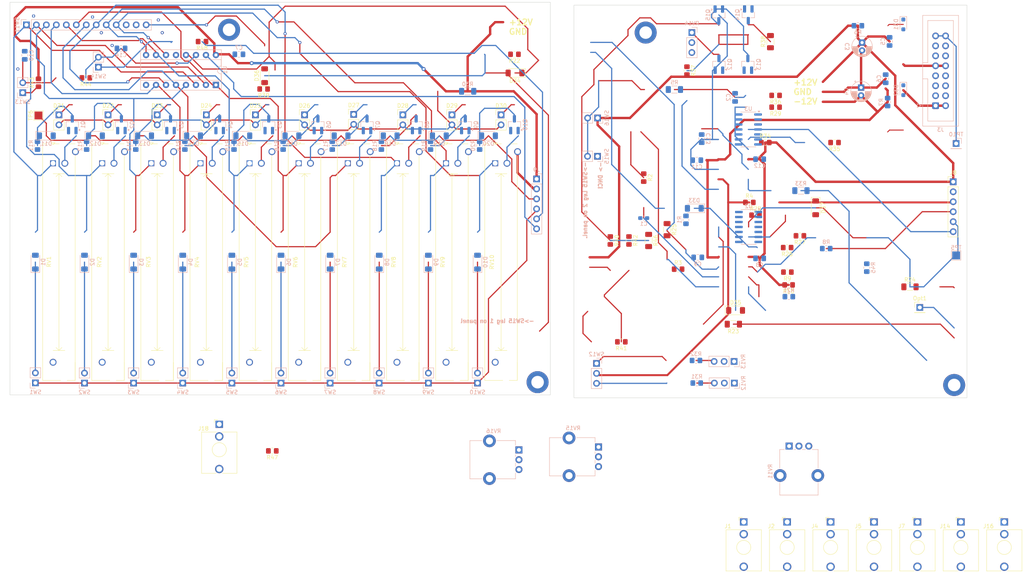
<source format=kicad_pcb>
(kicad_pcb (version 20221018) (generator pcbnew)

  (general
    (thickness 1.6)
  )

  (paper "A4")
  (title_block
    (title "Unseen Servant (Baby 10 Seq)")
  )

  (layers
    (0 "F.Cu" signal)
    (31 "B.Cu" signal)
    (32 "B.Adhes" user "B.Adhesive")
    (33 "F.Adhes" user "F.Adhesive")
    (34 "B.Paste" user)
    (35 "F.Paste" user)
    (36 "B.SilkS" user "B.Silkscreen")
    (37 "F.SilkS" user "F.Silkscreen")
    (38 "B.Mask" user)
    (39 "F.Mask" user)
    (40 "Dwgs.User" user "User.Drawings")
    (41 "Cmts.User" user "User.Comments")
    (42 "Eco1.User" user "User.Eco1")
    (43 "Eco2.User" user "User.Eco2")
    (44 "Edge.Cuts" user)
    (45 "Margin" user)
    (46 "B.CrtYd" user "B.Courtyard")
    (47 "F.CrtYd" user "F.Courtyard")
    (48 "B.Fab" user)
    (49 "F.Fab" user)
    (50 "User.1" user)
    (51 "User.2" user)
    (52 "User.3" user)
    (53 "User.4" user)
    (54 "User.5" user)
    (55 "User.6" user)
    (56 "User.7" user)
    (57 "User.8" user)
    (58 "User.9" user)
  )

  (setup
    (stackup
      (layer "F.SilkS" (type "Top Silk Screen"))
      (layer "F.Paste" (type "Top Solder Paste"))
      (layer "F.Mask" (type "Top Solder Mask") (thickness 0.01))
      (layer "F.Cu" (type "copper") (thickness 0.035))
      (layer "dielectric 1" (type "core") (thickness 1.51) (material "FR4") (epsilon_r 4.5) (loss_tangent 0.02))
      (layer "B.Cu" (type "copper") (thickness 0.035))
      (layer "B.Mask" (type "Bottom Solder Mask") (thickness 0.01))
      (layer "B.Paste" (type "Bottom Solder Paste"))
      (layer "B.SilkS" (type "Bottom Silk Screen"))
      (copper_finish "None")
      (dielectric_constraints no)
    )
    (pad_to_mask_clearance 0)
    (pcbplotparams
      (layerselection 0x00010fc_ffffffff)
      (plot_on_all_layers_selection 0x0000000_00000000)
      (disableapertmacros false)
      (usegerberextensions false)
      (usegerberattributes true)
      (usegerberadvancedattributes true)
      (creategerberjobfile true)
      (dashed_line_dash_ratio 12.000000)
      (dashed_line_gap_ratio 3.000000)
      (svgprecision 6)
      (plotframeref false)
      (viasonmask false)
      (mode 1)
      (useauxorigin false)
      (hpglpennumber 1)
      (hpglpenspeed 20)
      (hpglpendiameter 15.000000)
      (dxfpolygonmode true)
      (dxfimperialunits true)
      (dxfusepcbnewfont true)
      (psnegative false)
      (psa4output false)
      (plotreference true)
      (plotvalue true)
      (plotinvisibletext false)
      (sketchpadsonfab false)
      (subtractmaskfromsilk false)
      (outputformat 1)
      (mirror false)
      (drillshape 0)
      (scaleselection 1)
      (outputdirectory "./")
    )
  )

  (net 0 "")
  (net 1 "Net-(U2C--)")
  (net 2 "-12V")
  (net 3 "Net-(D1-K)")
  (net 4 "Net-(D1-A)")
  (net 5 "Net-(D2-K)")
  (net 6 "Net-(D2-A)")
  (net 7 "Net-(D3-K)")
  (net 8 "Net-(D3-A)")
  (net 9 "Net-(D4-K)")
  (net 10 "Net-(D4-A)")
  (net 11 "Net-(D5-K)")
  (net 12 "Net-(D5-A)")
  (net 13 "Net-(D6-K)")
  (net 14 "Net-(D6-A)")
  (net 15 "Net-(D7-K)")
  (net 16 "Net-(D7-A)")
  (net 17 "Net-(D8-K)")
  (net 18 "Net-(D8-A)")
  (net 19 "Net-(D9-K)")
  (net 20 "Net-(D9-A)")
  (net 21 "Net-(D10-K)")
  (net 22 "Net-(D10-A)")
  (net 23 "Net-(D11-A)")
  (net 24 "Net-(D12-A)")
  (net 25 "Net-(D13-A)")
  (net 26 "Net-(D14-A)")
  (net 27 "Net-(D15-A)")
  (net 28 "Net-(D16-A)")
  (net 29 "Net-(D17-A)")
  (net 30 "Net-(D18-A)")
  (net 31 "Net-(D19-A)")
  (net 32 "Net-(D20-A)")
  (net 33 "Net-(D21-K)")
  (net 34 "Net-(D21-A)")
  (net 35 "Net-(D22-K)")
  (net 36 "Net-(D23-K)")
  (net 37 "Net-(D24-K)")
  (net 38 "Net-(D25-K)")
  (net 39 "Net-(D27-K)")
  (net 40 "Net-(D28-K)")
  (net 41 "Net-(R2-Pad1)")
  (net 42 "Net-(D29-K)")
  (net 43 "Net-(D30-K)")
  (net 44 "Net-(D31-K)")
  (net 45 "Net-(D32-K)")
  (net 46 "Net-(D33-K)")
  (net 47 "Net-(R31-Pad1)")
  (net 48 "GND")
  (net 49 "unconnected-(SW11-Pad11)")
  (net 50 "unconnected-(SW11-Pad12)")
  (net 51 "Net-(D35-K)")
  (net 52 "unconnected-(J3-Pin_11-Pad11)")
  (net 53 "unconnected-(J3-Pin_12-Pad12)")
  (net 54 "unconnected-(J3-Pin_13-Pad13)")
  (net 55 "unconnected-(J3-Pin_14-Pad14)")
  (net 56 "Net-(Q1-B)")
  (net 57 "Net-(R25-Pad2)")
  (net 58 "Net-(R32-Pad1)")
  (net 59 "Net-(Q2-B)")
  (net 60 "Net-(C2-Pad1)")
  (net 61 "Net-(Q3-B)")
  (net 62 "Net-(D26-K)")
  (net 63 "Net-(Q4-B)")
  (net 64 "Net-(D31-A)")
  (net 65 "Net-(Q5-B)")
  (net 66 "Net-(D32-A)")
  (net 67 "Net-(Q6-B)")
  (net 68 "Net-(Q7-B)")
  (net 69 "Net-(D35-A)")
  (net 70 "Net-(Q8-B)")
  (net 71 "Net-(D36-A)")
  (net 72 "Net-(Q9-B)")
  (net 73 "Net-(D37-A)")
  (net 74 "Net-(Q10-B)")
  (net 75 "Net-(Q12-C)")
  (net 76 "Net-(U2A--)")
  (net 77 "Net-(U2B--)")
  (net 78 "Net-(SW12-A)")
  (net 79 "Net-(U2D--)")
  (net 80 "unconnected-(U1-Cout-Pad12)")
  (net 81 "Net-(SW14-B)")
  (net 82 "Net-(U3A-+)")
  (net 83 "RESET_IN")
  (net 84 "PIN_3_T")
  (net 85 "CLK_IN")
  (net 86 "PIN_5_B")
  (net 87 "PIN_3_B")
  (net 88 "PIN_4_B")
  (net 89 "PIN_4_T")
  (net 90 "PIN_5_T")
  (net 91 "GATE_OUT")
  (net 92 "Net-(C10-Pad1)")
  (net 93 "CLK_OUT")
  (net 94 "CASC_OUT")
  (net 95 "Net-(R43-Pad1)")
  (net 96 "CV_OUT")
  (net 97 "Net-(U3B-+)")
  (net 98 "Net-(SW12-C)")
  (net 99 "CLK_IN_N")
  (net 100 "Net-(U3A--)")
  (net 101 "unconnected-(J1-PadTN)")
  (net 102 "Net-(Q12-B)")
  (net 103 "Net-(Q12-E)")
  (net 104 "Net-(Q13-B)")
  (net 105 "Net-(Q14-B)")
  (net 106 "SEQ_LV")
  (net 107 "Net-(U3B--)")
  (net 108 "PIN_6_B")
  (net 109 "PIN_6_T")
  (net 110 "+12V")
  (net 111 "Net-(R37-Pad2)")
  (net 112 "Net-(R40-Pad2)")
  (net 113 "Net-(R41-Pad1)")
  (net 114 "Net-(J3-Pin_15)")
  (net 115 "unconnected-(J4-PadTN)")
  (net 116 "unconnected-(J5-PadTN)")
  (net 117 "unconnected-(J7-PadTN)")
  (net 118 "Net-(D34-K)")
  (net 119 "Net-(SW14-A)")
  (net 120 "CASC_NORM")
  (net 121 "Net-(J16-PadT)")

  (footprint "SynthMages:SLIDE_POT_0547" (layer "F.Cu") (at 65.96 81.171374 -90))

  (footprint "Resistor_SMD:R_1206_3216Metric_Pad1.30x1.75mm_HandSolder" (layer "F.Cu") (at 178.5 75.66 -90))

  (footprint "SynthMages:SLIDE_POT_0547" (layer "F.Cu") (at 28.46 81.171374 -90))

  (footprint "Resistor_SMD:R_0805_2012Metric_Pad1.20x1.40mm_HandSolder" (layer "F.Cu") (at 188.25 32.41 -90))

  (footprint "Connector_PinHeader_2.54mm:PinHeader_1x02_P2.54mm_Vertical" (layer "F.Cu") (at 53.46 43.671374))

  (footprint "Resistor_SMD:R_0805_2012Metric_Pad1.20x1.40mm_HandSolder" (layer "F.Cu") (at 205.69 69.22))

  (footprint "Connector_Audio:Jack_3.5mm_QingPu_WQP-PJ398SM_Vertical_CircularHoles" (layer "F.Cu") (at 202.7 147.35))

  (footprint "Resistor_SMD:R_0805_2012Metric_Pad1.20x1.40mm_HandSolder" (layer "F.Cu") (at 82.75 129.25 180))

  (footprint "Resistor_SMD:R_1206_3216Metric_Pad1.30x1.75mm_HandSolder" (layer "F.Cu") (at 183.19 72.91 -90))

  (footprint "TestPoint:TestPoint_Pad_2.0x2.0mm" (layer "F.Cu") (at 23.25 43.831374 90))

  (footprint "Diode_SMD:D_MiniMELF" (layer "F.Cu") (at 80.79 33.698626 90))

  (footprint "Resistor_SMD:R_0805_2012Metric_Pad1.20x1.40mm_HandSolder" (layer "F.Cu") (at 177.25 59.66 -90))

  (footprint "Resistor_SMD:R_0805_2012Metric_Pad1.20x1.40mm_HandSolder" (layer "F.Cu") (at 213.75 77.47 180))

  (footprint "Resistor_SMD:R_0805_2012Metric_Pad1.20x1.40mm_HandSolder" (layer "F.Cu") (at 80.54 37.078626 180))

  (footprint "MountingHole:MountingHole_3.2mm_M3_DIN965_Pad" (layer "F.Cu") (at 150.25 111.75))

  (footprint "Connector_PinHeader_2.54mm:PinHeader_1x02_P2.54mm_Vertical" (layer "F.Cu") (at 65.96 43.671374))

  (footprint "Resistor_SMD:R_0805_2012Metric_Pad1.20x1.40mm_HandSolder" (layer "F.Cu") (at 210.81 38.72 180))

  (footprint "SynthMages:SLIDE_POT_0547" (layer "F.Cu") (at 90.96 81.171374 -90))

  (footprint "Resistor_SMD:R_1206_3216Metric_Pad1.30x1.75mm_HandSolder" (layer "F.Cu") (at 209.5 25.03 90))

  (footprint "Connector_PinHeader_2.54mm:PinHeader_1x02_P2.54mm_Vertical" (layer "F.Cu") (at 90.96 43.671374))

  (footprint "SynthMages:SLIDE_POT_0547" (layer "F.Cu") (at 40.96 81.171374 -90))

  (footprint "Resistor_SMD:R_0805_2012Metric_Pad1.20x1.40mm_HandSolder" (layer "F.Cu") (at 168.75 75.66 -90))

  (footprint "Connector_Audio:Jack_3.5mm_QingPu_WQP-PJ398SM_Vertical_CircularHoles" (layer "F.Cu") (at 213.75 147.35))

  (footprint "Connector_PinHeader_2.54mm:PinHeader_1x02_P2.54mm_Vertical" (layer "F.Cu") (at 140.96 43.671374))

  (footprint "Resistor_SMD:R_0805_2012Metric_Pad1.20x1.40mm_HandSolder" (layer "F.Cu") (at 210.81 41.72 180))

  (footprint "Connector_PinHeader_2.54mm:PinHeader_1x01_P2.54mm_Vertical" (layer "F.Cu") (at 247.5 92.72))

  (footprint "Resistor_SMD:R_0805_2012Metric_Pad1.20x1.40mm_HandSolder" (layer "F.Cu") (at 186 82.97))

  (footprint "Resistor_SMD:R_0805_2012Metric_Pad1.20x1.40mm_HandSolder" (layer "F.Cu") (at 35.31 34.25 180))

  (footprint "SynthMages:SLIDE_POT_0547" (layer "F.Cu") (at 115.96 81.171374 -90))

  (footprint "Resistor_SMD:R_0805_2012Metric_Pad1.20x1.40mm_HandSolder" (layer "F.Cu") (at 213.81 83.72 180))

  (footprint "Connector_Audio:Jack_3.5mm_QingPu_WQP-PJ398SM_Vertical_CircularHoles" (layer "F.Cu") (at 257.95 147.35))

  (footprint "Resistor_SMD:R_1206_3216Metric_Pad1.30x1.75mm_HandSolder" (layer "F.Cu") (at 245 87.47))

  (footprint "Connector_PinHeader_2.54mm:PinHeader_1x02_P2.54mm_Vertical" (layer "F.Cu") (at 128.46 43.671374))

  (footprint "Resistor_SMD:R_0805_2012Metric_Pad1.20x1.40mm_HandSolder" (layer "F.Cu") (at 208.19 50.72))

  (footprint "Connector_PinHeader_2.54mm:PinHeader_1x02_P2.54mm_Vertical" (layer "F.Cu") (at 78.46 43.671374))

  (footprint "Resistor_SMD:R_0805_2012Metric_Pad1.20x1.40mm_HandSolder" (layer "F.Cu") (at 217 74.47 180))

  (footprint "Resistor_SMD:R_0805_2012Metric_Pad1.20x1.40mm_HandSolder" (layer "F.Cu") (at 225.81 50.72 180))

  (footprint "Diode_SMD:D_MiniMELF" (layer "F.Cu") (at 200.63 93.47))

  (footprint "Resistor_SMD:R_0805_2012Metric_Pad1.20x1.40mm_HandSolder" (layer "F.Cu") (at 144.37 28.25 180))

  (footprint "Resistor_SMD:R_0805_2012Metric_Pad1.20x1.40mm_HandSolder" (layer "F.Cu") (at 171.56 101.47 180))

  (footprint "Resistor_SMD:R_0805_2012Metric_Pad1.20x1.40mm_HandSolder" (layer "F.Cu") (at 64.87 25 180))

  (footprint "MountingHole:MountingHole_3.2mm_M3_DIN965_Pad" (layer "F.Cu") (at 71.75 22 45))

  (footprint "Resistor_SMD:R_1206_3216Metric_Pad1.30x1.75mm_HandSolder" (layer "F.Cu") (at 200.06 96.97 180))

  (footprint "Connector_PinHeader_2.54mm:PinHeader_1x02_P2.54mm_Vertical" (layer "F.Cu") (at 28.46 43.671374))

  (footprint "Resistor_SMD:R_0805_2012Metric_Pad1.20x1.40mm_HandSolder" (layer "F.Cu") (at 204.13 65.97))

  (footprint "Resistor_SMD:R_0805_2012Metric_Pad1.20x1.40mm_HandSolder" (layer "F.Cu") (at 173.5 75.66 -90))

  (footprint "Connector_Audio:Jack_3.5mm_QingPu_WQP-PJ398SM_Vertical_CircularHoles" (layer "F.Cu") (at 269 147.35))

  (footprint "Connector_Audio:Jack_3.5mm_QingPu_WQP-PJ398SM_Vertical_CircularHoles" (layer "F.Cu")
    (tstamp c204be8a-8258-419f-bbdb-7cc9eff5fb4f)
    (at 246.9 147.35)
    (descr "TRS 3.5mm, vertical, Thonkiconn, PCB mount, (http://www.qingpu-electronics.com/en/products/WQP-PJ398SM-362.html)")
    (tags "WQP-PJ398SM WQP-PJ301M-12 TRS 3.5mm mono vertical jack thonkiconn qingpu")
    (property "Sheetfile" "Unseen Servant.kicad_sch")
    (property "Sheetname" "")
    (property "ki_description" "Audio Jack, 2 Poles (Mono / TS), Switched T Pole (Normalling)")
    (property "ki_keywords" "audio jack receptacle mono headphones phone TS connector")
    (path "/ce58c901-eaf7-4ea7-80d6-cc2774f56ea8")
    (attr through_hole)
    (fp_text reference "J7" (at -4.03 1.08 180) (layer "F.SilkS")
        (effects (font (size 1 1) (thickness 0.15)))
      (tstamp c4d3ce3f-7c92-45c2-b206-db4b1c12063a)
    )
    (fp_text value "CV OUT" (at 0 5 180) (layer "F.Fab")
        (effects (font (size 1 1) (thickness 0.15)))
      (tstamp 20dd176f-ca34-4b30-acbd-4ff201cfe85f)
    )
    (fp_text user "KEEPOUT" (at 0 6.48) (layer "Cmts.User")
        (effects (font (size 0.4 0.4) (thickness 0.051)))
      (tstamp 960c9259-aa87-4b32-ba33-e462d502fec6)
    )
    (fp_text user "${REFERENCE}" (at 0 8 180) (layer "F.Fab")
        (effects (font (size 1 1) (thickness 0.15)))
      (tstamp 9a3dc341-4d90-4dbc-a8ed-f33e86ec2325)
    )
    (fp_line (start -4.5 1.98) (end -4.5 12.48)
      (stroke (width 0.12) (type solid)) (layer "F.SilkS") (tstamp a703e51e-2da6-4125-bc28-cfb9994d817b))
    (fp_line (start -1.23 -1.17) (end -1.23 -0.37)
      (stroke (width 0.12) (type solid)) (layer "F.SilkS") (tstamp e199e050-c693-4a02-962b-4245e80e7a2b))
    (fp_line (start -1.23 -1.17) (end -0.37 -1.17)
      (stroke (width 0.12) (type solid)) (layer "F.SilkS") (tstamp 66e37a75-24b0-4c7d-a610-145d2de80b3d))
    (fp_li
... [651786 chars truncated]
</source>
